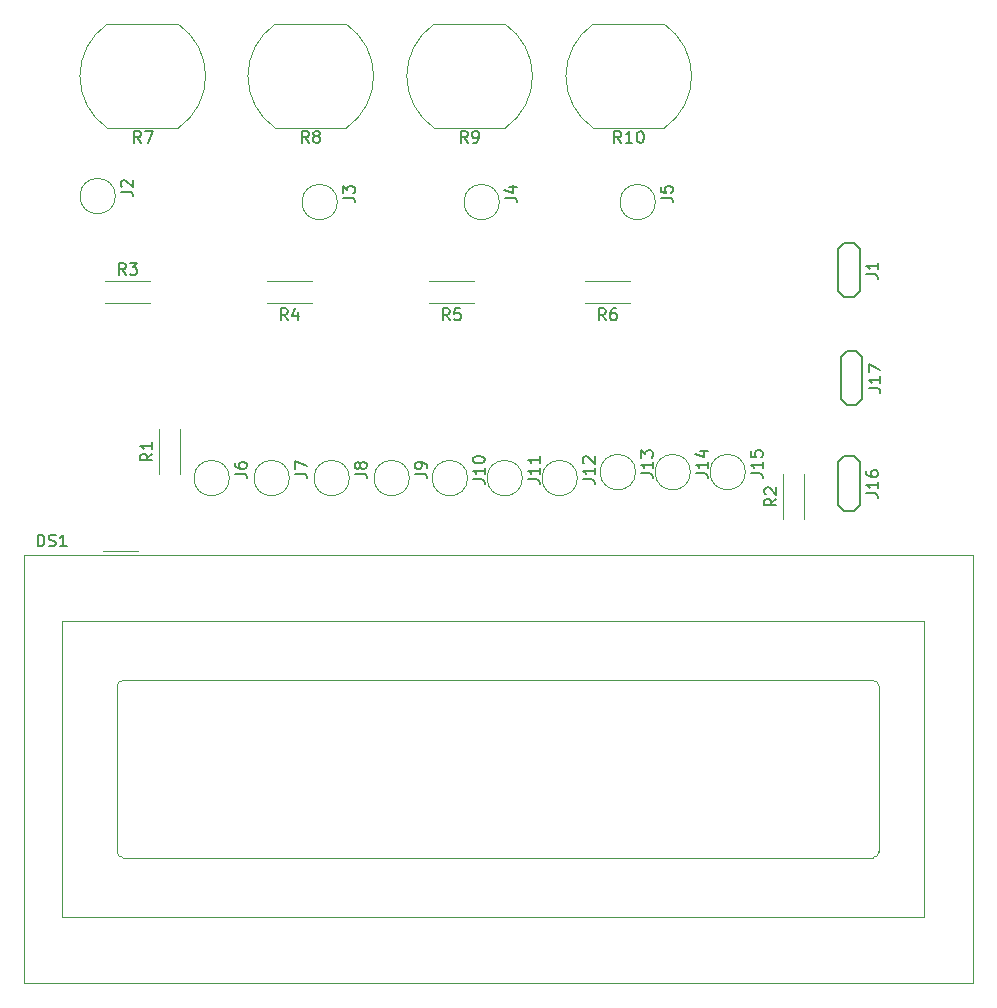
<source format=gbr>
%TF.GenerationSoftware,KiCad,Pcbnew,7.0.5*%
%TF.CreationDate,2023-06-10T01:43:31+05:30*%
%TF.ProjectId,OPEN ;AB,4f50454e-203b-4414-922e-6b696361645f,rev?*%
%TF.SameCoordinates,Original*%
%TF.FileFunction,Legend,Top*%
%TF.FilePolarity,Positive*%
%FSLAX46Y46*%
G04 Gerber Fmt 4.6, Leading zero omitted, Abs format (unit mm)*
G04 Created by KiCad (PCBNEW 7.0.5) date 2023-06-10 01:43:31*
%MOMM*%
%LPD*%
G01*
G04 APERTURE LIST*
%ADD10C,0.150000*%
%ADD11C,0.120000*%
G04 APERTURE END LIST*
D10*
%TO.C,J17*%
X182000819Y-76785523D02*
X182715104Y-76785523D01*
X182715104Y-76785523D02*
X182857961Y-76833142D01*
X182857961Y-76833142D02*
X182953200Y-76928380D01*
X182953200Y-76928380D02*
X183000819Y-77071237D01*
X183000819Y-77071237D02*
X183000819Y-77166475D01*
X183000819Y-75785523D02*
X183000819Y-76356951D01*
X183000819Y-76071237D02*
X182000819Y-76071237D01*
X182000819Y-76071237D02*
X182143676Y-76166475D01*
X182143676Y-76166475D02*
X182238914Y-76261713D01*
X182238914Y-76261713D02*
X182286533Y-76356951D01*
X182000819Y-75452189D02*
X182000819Y-74785523D01*
X182000819Y-74785523D02*
X183000819Y-75214094D01*
%TO.C,J16*%
X181794819Y-85695523D02*
X182509104Y-85695523D01*
X182509104Y-85695523D02*
X182651961Y-85743142D01*
X182651961Y-85743142D02*
X182747200Y-85838380D01*
X182747200Y-85838380D02*
X182794819Y-85981237D01*
X182794819Y-85981237D02*
X182794819Y-86076475D01*
X182794819Y-84695523D02*
X182794819Y-85266951D01*
X182794819Y-84981237D02*
X181794819Y-84981237D01*
X181794819Y-84981237D02*
X181937676Y-85076475D01*
X181937676Y-85076475D02*
X182032914Y-85171713D01*
X182032914Y-85171713D02*
X182080533Y-85266951D01*
X181794819Y-83838380D02*
X181794819Y-84028856D01*
X181794819Y-84028856D02*
X181842438Y-84124094D01*
X181842438Y-84124094D02*
X181890057Y-84171713D01*
X181890057Y-84171713D02*
X182032914Y-84266951D01*
X182032914Y-84266951D02*
X182223390Y-84314570D01*
X182223390Y-84314570D02*
X182604342Y-84314570D01*
X182604342Y-84314570D02*
X182699580Y-84266951D01*
X182699580Y-84266951D02*
X182747200Y-84219332D01*
X182747200Y-84219332D02*
X182794819Y-84124094D01*
X182794819Y-84124094D02*
X182794819Y-83933618D01*
X182794819Y-83933618D02*
X182747200Y-83838380D01*
X182747200Y-83838380D02*
X182699580Y-83790761D01*
X182699580Y-83790761D02*
X182604342Y-83743142D01*
X182604342Y-83743142D02*
X182366247Y-83743142D01*
X182366247Y-83743142D02*
X182271009Y-83790761D01*
X182271009Y-83790761D02*
X182223390Y-83838380D01*
X182223390Y-83838380D02*
X182175771Y-83933618D01*
X182175771Y-83933618D02*
X182175771Y-84124094D01*
X182175771Y-84124094D02*
X182223390Y-84219332D01*
X182223390Y-84219332D02*
X182271009Y-84266951D01*
X182271009Y-84266951D02*
X182366247Y-84314570D01*
%TO.C,J2*%
X118674819Y-60161333D02*
X119389104Y-60161333D01*
X119389104Y-60161333D02*
X119531961Y-60208952D01*
X119531961Y-60208952D02*
X119627200Y-60304190D01*
X119627200Y-60304190D02*
X119674819Y-60447047D01*
X119674819Y-60447047D02*
X119674819Y-60542285D01*
X118770057Y-59732761D02*
X118722438Y-59685142D01*
X118722438Y-59685142D02*
X118674819Y-59589904D01*
X118674819Y-59589904D02*
X118674819Y-59351809D01*
X118674819Y-59351809D02*
X118722438Y-59256571D01*
X118722438Y-59256571D02*
X118770057Y-59208952D01*
X118770057Y-59208952D02*
X118865295Y-59161333D01*
X118865295Y-59161333D02*
X118960533Y-59161333D01*
X118960533Y-59161333D02*
X119103390Y-59208952D01*
X119103390Y-59208952D02*
X119674819Y-59780380D01*
X119674819Y-59780380D02*
X119674819Y-59161333D01*
%TO.C,J15*%
X172014819Y-84005523D02*
X172729104Y-84005523D01*
X172729104Y-84005523D02*
X172871961Y-84053142D01*
X172871961Y-84053142D02*
X172967200Y-84148380D01*
X172967200Y-84148380D02*
X173014819Y-84291237D01*
X173014819Y-84291237D02*
X173014819Y-84386475D01*
X173014819Y-83005523D02*
X173014819Y-83576951D01*
X173014819Y-83291237D02*
X172014819Y-83291237D01*
X172014819Y-83291237D02*
X172157676Y-83386475D01*
X172157676Y-83386475D02*
X172252914Y-83481713D01*
X172252914Y-83481713D02*
X172300533Y-83576951D01*
X172014819Y-82100761D02*
X172014819Y-82576951D01*
X172014819Y-82576951D02*
X172491009Y-82624570D01*
X172491009Y-82624570D02*
X172443390Y-82576951D01*
X172443390Y-82576951D02*
X172395771Y-82481713D01*
X172395771Y-82481713D02*
X172395771Y-82243618D01*
X172395771Y-82243618D02*
X172443390Y-82148380D01*
X172443390Y-82148380D02*
X172491009Y-82100761D01*
X172491009Y-82100761D02*
X172586247Y-82053142D01*
X172586247Y-82053142D02*
X172824342Y-82053142D01*
X172824342Y-82053142D02*
X172919580Y-82100761D01*
X172919580Y-82100761D02*
X172967200Y-82148380D01*
X172967200Y-82148380D02*
X173014819Y-82243618D01*
X173014819Y-82243618D02*
X173014819Y-82481713D01*
X173014819Y-82481713D02*
X172967200Y-82576951D01*
X172967200Y-82576951D02*
X172919580Y-82624570D01*
%TO.C,J14*%
X167364819Y-84005523D02*
X168079104Y-84005523D01*
X168079104Y-84005523D02*
X168221961Y-84053142D01*
X168221961Y-84053142D02*
X168317200Y-84148380D01*
X168317200Y-84148380D02*
X168364819Y-84291237D01*
X168364819Y-84291237D02*
X168364819Y-84386475D01*
X168364819Y-83005523D02*
X168364819Y-83576951D01*
X168364819Y-83291237D02*
X167364819Y-83291237D01*
X167364819Y-83291237D02*
X167507676Y-83386475D01*
X167507676Y-83386475D02*
X167602914Y-83481713D01*
X167602914Y-83481713D02*
X167650533Y-83576951D01*
X167698152Y-82148380D02*
X168364819Y-82148380D01*
X167317200Y-82386475D02*
X168031485Y-82624570D01*
X168031485Y-82624570D02*
X168031485Y-82005523D01*
%TO.C,J13*%
X162714819Y-84005523D02*
X163429104Y-84005523D01*
X163429104Y-84005523D02*
X163571961Y-84053142D01*
X163571961Y-84053142D02*
X163667200Y-84148380D01*
X163667200Y-84148380D02*
X163714819Y-84291237D01*
X163714819Y-84291237D02*
X163714819Y-84386475D01*
X163714819Y-83005523D02*
X163714819Y-83576951D01*
X163714819Y-83291237D02*
X162714819Y-83291237D01*
X162714819Y-83291237D02*
X162857676Y-83386475D01*
X162857676Y-83386475D02*
X162952914Y-83481713D01*
X162952914Y-83481713D02*
X163000533Y-83576951D01*
X162714819Y-82672189D02*
X162714819Y-82053142D01*
X162714819Y-82053142D02*
X163095771Y-82386475D01*
X163095771Y-82386475D02*
X163095771Y-82243618D01*
X163095771Y-82243618D02*
X163143390Y-82148380D01*
X163143390Y-82148380D02*
X163191009Y-82100761D01*
X163191009Y-82100761D02*
X163286247Y-82053142D01*
X163286247Y-82053142D02*
X163524342Y-82053142D01*
X163524342Y-82053142D02*
X163619580Y-82100761D01*
X163619580Y-82100761D02*
X163667200Y-82148380D01*
X163667200Y-82148380D02*
X163714819Y-82243618D01*
X163714819Y-82243618D02*
X163714819Y-82529332D01*
X163714819Y-82529332D02*
X163667200Y-82624570D01*
X163667200Y-82624570D02*
X163619580Y-82672189D01*
%TO.C,J12*%
X157790819Y-84513523D02*
X158505104Y-84513523D01*
X158505104Y-84513523D02*
X158647961Y-84561142D01*
X158647961Y-84561142D02*
X158743200Y-84656380D01*
X158743200Y-84656380D02*
X158790819Y-84799237D01*
X158790819Y-84799237D02*
X158790819Y-84894475D01*
X158790819Y-83513523D02*
X158790819Y-84084951D01*
X158790819Y-83799237D02*
X157790819Y-83799237D01*
X157790819Y-83799237D02*
X157933676Y-83894475D01*
X157933676Y-83894475D02*
X158028914Y-83989713D01*
X158028914Y-83989713D02*
X158076533Y-84084951D01*
X157886057Y-83132570D02*
X157838438Y-83084951D01*
X157838438Y-83084951D02*
X157790819Y-82989713D01*
X157790819Y-82989713D02*
X157790819Y-82751618D01*
X157790819Y-82751618D02*
X157838438Y-82656380D01*
X157838438Y-82656380D02*
X157886057Y-82608761D01*
X157886057Y-82608761D02*
X157981295Y-82561142D01*
X157981295Y-82561142D02*
X158076533Y-82561142D01*
X158076533Y-82561142D02*
X158219390Y-82608761D01*
X158219390Y-82608761D02*
X158790819Y-83180189D01*
X158790819Y-83180189D02*
X158790819Y-82561142D01*
%TO.C,J11*%
X153140819Y-84513523D02*
X153855104Y-84513523D01*
X153855104Y-84513523D02*
X153997961Y-84561142D01*
X153997961Y-84561142D02*
X154093200Y-84656380D01*
X154093200Y-84656380D02*
X154140819Y-84799237D01*
X154140819Y-84799237D02*
X154140819Y-84894475D01*
X154140819Y-83513523D02*
X154140819Y-84084951D01*
X154140819Y-83799237D02*
X153140819Y-83799237D01*
X153140819Y-83799237D02*
X153283676Y-83894475D01*
X153283676Y-83894475D02*
X153378914Y-83989713D01*
X153378914Y-83989713D02*
X153426533Y-84084951D01*
X154140819Y-82561142D02*
X154140819Y-83132570D01*
X154140819Y-82846856D02*
X153140819Y-82846856D01*
X153140819Y-82846856D02*
X153283676Y-82942094D01*
X153283676Y-82942094D02*
X153378914Y-83037332D01*
X153378914Y-83037332D02*
X153426533Y-83132570D01*
%TO.C,J10*%
X148490819Y-84513523D02*
X149205104Y-84513523D01*
X149205104Y-84513523D02*
X149347961Y-84561142D01*
X149347961Y-84561142D02*
X149443200Y-84656380D01*
X149443200Y-84656380D02*
X149490819Y-84799237D01*
X149490819Y-84799237D02*
X149490819Y-84894475D01*
X149490819Y-83513523D02*
X149490819Y-84084951D01*
X149490819Y-83799237D02*
X148490819Y-83799237D01*
X148490819Y-83799237D02*
X148633676Y-83894475D01*
X148633676Y-83894475D02*
X148728914Y-83989713D01*
X148728914Y-83989713D02*
X148776533Y-84084951D01*
X148490819Y-82894475D02*
X148490819Y-82799237D01*
X148490819Y-82799237D02*
X148538438Y-82703999D01*
X148538438Y-82703999D02*
X148586057Y-82656380D01*
X148586057Y-82656380D02*
X148681295Y-82608761D01*
X148681295Y-82608761D02*
X148871771Y-82561142D01*
X148871771Y-82561142D02*
X149109866Y-82561142D01*
X149109866Y-82561142D02*
X149300342Y-82608761D01*
X149300342Y-82608761D02*
X149395580Y-82656380D01*
X149395580Y-82656380D02*
X149443200Y-82703999D01*
X149443200Y-82703999D02*
X149490819Y-82799237D01*
X149490819Y-82799237D02*
X149490819Y-82894475D01*
X149490819Y-82894475D02*
X149443200Y-82989713D01*
X149443200Y-82989713D02*
X149395580Y-83037332D01*
X149395580Y-83037332D02*
X149300342Y-83084951D01*
X149300342Y-83084951D02*
X149109866Y-83132570D01*
X149109866Y-83132570D02*
X148871771Y-83132570D01*
X148871771Y-83132570D02*
X148681295Y-83084951D01*
X148681295Y-83084951D02*
X148586057Y-83037332D01*
X148586057Y-83037332D02*
X148538438Y-82989713D01*
X148538438Y-82989713D02*
X148490819Y-82894475D01*
%TO.C,J9*%
X143566819Y-84037333D02*
X144281104Y-84037333D01*
X144281104Y-84037333D02*
X144423961Y-84084952D01*
X144423961Y-84084952D02*
X144519200Y-84180190D01*
X144519200Y-84180190D02*
X144566819Y-84323047D01*
X144566819Y-84323047D02*
X144566819Y-84418285D01*
X144566819Y-83513523D02*
X144566819Y-83323047D01*
X144566819Y-83323047D02*
X144519200Y-83227809D01*
X144519200Y-83227809D02*
X144471580Y-83180190D01*
X144471580Y-83180190D02*
X144328723Y-83084952D01*
X144328723Y-83084952D02*
X144138247Y-83037333D01*
X144138247Y-83037333D02*
X143757295Y-83037333D01*
X143757295Y-83037333D02*
X143662057Y-83084952D01*
X143662057Y-83084952D02*
X143614438Y-83132571D01*
X143614438Y-83132571D02*
X143566819Y-83227809D01*
X143566819Y-83227809D02*
X143566819Y-83418285D01*
X143566819Y-83418285D02*
X143614438Y-83513523D01*
X143614438Y-83513523D02*
X143662057Y-83561142D01*
X143662057Y-83561142D02*
X143757295Y-83608761D01*
X143757295Y-83608761D02*
X143995390Y-83608761D01*
X143995390Y-83608761D02*
X144090628Y-83561142D01*
X144090628Y-83561142D02*
X144138247Y-83513523D01*
X144138247Y-83513523D02*
X144185866Y-83418285D01*
X144185866Y-83418285D02*
X144185866Y-83227809D01*
X144185866Y-83227809D02*
X144138247Y-83132571D01*
X144138247Y-83132571D02*
X144090628Y-83084952D01*
X144090628Y-83084952D02*
X143995390Y-83037333D01*
%TO.C,J8*%
X138486819Y-84037333D02*
X139201104Y-84037333D01*
X139201104Y-84037333D02*
X139343961Y-84084952D01*
X139343961Y-84084952D02*
X139439200Y-84180190D01*
X139439200Y-84180190D02*
X139486819Y-84323047D01*
X139486819Y-84323047D02*
X139486819Y-84418285D01*
X138915390Y-83418285D02*
X138867771Y-83513523D01*
X138867771Y-83513523D02*
X138820152Y-83561142D01*
X138820152Y-83561142D02*
X138724914Y-83608761D01*
X138724914Y-83608761D02*
X138677295Y-83608761D01*
X138677295Y-83608761D02*
X138582057Y-83561142D01*
X138582057Y-83561142D02*
X138534438Y-83513523D01*
X138534438Y-83513523D02*
X138486819Y-83418285D01*
X138486819Y-83418285D02*
X138486819Y-83227809D01*
X138486819Y-83227809D02*
X138534438Y-83132571D01*
X138534438Y-83132571D02*
X138582057Y-83084952D01*
X138582057Y-83084952D02*
X138677295Y-83037333D01*
X138677295Y-83037333D02*
X138724914Y-83037333D01*
X138724914Y-83037333D02*
X138820152Y-83084952D01*
X138820152Y-83084952D02*
X138867771Y-83132571D01*
X138867771Y-83132571D02*
X138915390Y-83227809D01*
X138915390Y-83227809D02*
X138915390Y-83418285D01*
X138915390Y-83418285D02*
X138963009Y-83513523D01*
X138963009Y-83513523D02*
X139010628Y-83561142D01*
X139010628Y-83561142D02*
X139105866Y-83608761D01*
X139105866Y-83608761D02*
X139296342Y-83608761D01*
X139296342Y-83608761D02*
X139391580Y-83561142D01*
X139391580Y-83561142D02*
X139439200Y-83513523D01*
X139439200Y-83513523D02*
X139486819Y-83418285D01*
X139486819Y-83418285D02*
X139486819Y-83227809D01*
X139486819Y-83227809D02*
X139439200Y-83132571D01*
X139439200Y-83132571D02*
X139391580Y-83084952D01*
X139391580Y-83084952D02*
X139296342Y-83037333D01*
X139296342Y-83037333D02*
X139105866Y-83037333D01*
X139105866Y-83037333D02*
X139010628Y-83084952D01*
X139010628Y-83084952D02*
X138963009Y-83132571D01*
X138963009Y-83132571D02*
X138915390Y-83227809D01*
%TO.C,J7*%
X133406819Y-84037333D02*
X134121104Y-84037333D01*
X134121104Y-84037333D02*
X134263961Y-84084952D01*
X134263961Y-84084952D02*
X134359200Y-84180190D01*
X134359200Y-84180190D02*
X134406819Y-84323047D01*
X134406819Y-84323047D02*
X134406819Y-84418285D01*
X133406819Y-83656380D02*
X133406819Y-82989714D01*
X133406819Y-82989714D02*
X134406819Y-83418285D01*
%TO.C,J6*%
X128326819Y-84037333D02*
X129041104Y-84037333D01*
X129041104Y-84037333D02*
X129183961Y-84084952D01*
X129183961Y-84084952D02*
X129279200Y-84180190D01*
X129279200Y-84180190D02*
X129326819Y-84323047D01*
X129326819Y-84323047D02*
X129326819Y-84418285D01*
X128326819Y-83132571D02*
X128326819Y-83323047D01*
X128326819Y-83323047D02*
X128374438Y-83418285D01*
X128374438Y-83418285D02*
X128422057Y-83465904D01*
X128422057Y-83465904D02*
X128564914Y-83561142D01*
X128564914Y-83561142D02*
X128755390Y-83608761D01*
X128755390Y-83608761D02*
X129136342Y-83608761D01*
X129136342Y-83608761D02*
X129231580Y-83561142D01*
X129231580Y-83561142D02*
X129279200Y-83513523D01*
X129279200Y-83513523D02*
X129326819Y-83418285D01*
X129326819Y-83418285D02*
X129326819Y-83227809D01*
X129326819Y-83227809D02*
X129279200Y-83132571D01*
X129279200Y-83132571D02*
X129231580Y-83084952D01*
X129231580Y-83084952D02*
X129136342Y-83037333D01*
X129136342Y-83037333D02*
X128898247Y-83037333D01*
X128898247Y-83037333D02*
X128803009Y-83084952D01*
X128803009Y-83084952D02*
X128755390Y-83132571D01*
X128755390Y-83132571D02*
X128707771Y-83227809D01*
X128707771Y-83227809D02*
X128707771Y-83418285D01*
X128707771Y-83418285D02*
X128755390Y-83513523D01*
X128755390Y-83513523D02*
X128803009Y-83561142D01*
X128803009Y-83561142D02*
X128898247Y-83608761D01*
%TO.C,J5*%
X164394819Y-60669333D02*
X165109104Y-60669333D01*
X165109104Y-60669333D02*
X165251961Y-60716952D01*
X165251961Y-60716952D02*
X165347200Y-60812190D01*
X165347200Y-60812190D02*
X165394819Y-60955047D01*
X165394819Y-60955047D02*
X165394819Y-61050285D01*
X164394819Y-59716952D02*
X164394819Y-60193142D01*
X164394819Y-60193142D02*
X164871009Y-60240761D01*
X164871009Y-60240761D02*
X164823390Y-60193142D01*
X164823390Y-60193142D02*
X164775771Y-60097904D01*
X164775771Y-60097904D02*
X164775771Y-59859809D01*
X164775771Y-59859809D02*
X164823390Y-59764571D01*
X164823390Y-59764571D02*
X164871009Y-59716952D01*
X164871009Y-59716952D02*
X164966247Y-59669333D01*
X164966247Y-59669333D02*
X165204342Y-59669333D01*
X165204342Y-59669333D02*
X165299580Y-59716952D01*
X165299580Y-59716952D02*
X165347200Y-59764571D01*
X165347200Y-59764571D02*
X165394819Y-59859809D01*
X165394819Y-59859809D02*
X165394819Y-60097904D01*
X165394819Y-60097904D02*
X165347200Y-60193142D01*
X165347200Y-60193142D02*
X165299580Y-60240761D01*
%TO.C,J4*%
X151186819Y-60669333D02*
X151901104Y-60669333D01*
X151901104Y-60669333D02*
X152043961Y-60716952D01*
X152043961Y-60716952D02*
X152139200Y-60812190D01*
X152139200Y-60812190D02*
X152186819Y-60955047D01*
X152186819Y-60955047D02*
X152186819Y-61050285D01*
X151520152Y-59764571D02*
X152186819Y-59764571D01*
X151139200Y-60002666D02*
X151853485Y-60240761D01*
X151853485Y-60240761D02*
X151853485Y-59621714D01*
%TO.C,J3*%
X137470819Y-60669333D02*
X138185104Y-60669333D01*
X138185104Y-60669333D02*
X138327961Y-60716952D01*
X138327961Y-60716952D02*
X138423200Y-60812190D01*
X138423200Y-60812190D02*
X138470819Y-60955047D01*
X138470819Y-60955047D02*
X138470819Y-61050285D01*
X137470819Y-60288380D02*
X137470819Y-59669333D01*
X137470819Y-59669333D02*
X137851771Y-60002666D01*
X137851771Y-60002666D02*
X137851771Y-59859809D01*
X137851771Y-59859809D02*
X137899390Y-59764571D01*
X137899390Y-59764571D02*
X137947009Y-59716952D01*
X137947009Y-59716952D02*
X138042247Y-59669333D01*
X138042247Y-59669333D02*
X138280342Y-59669333D01*
X138280342Y-59669333D02*
X138375580Y-59716952D01*
X138375580Y-59716952D02*
X138423200Y-59764571D01*
X138423200Y-59764571D02*
X138470819Y-59859809D01*
X138470819Y-59859809D02*
X138470819Y-60145523D01*
X138470819Y-60145523D02*
X138423200Y-60240761D01*
X138423200Y-60240761D02*
X138375580Y-60288380D01*
%TO.C,DS1*%
X111628814Y-90180119D02*
X111628814Y-89180119D01*
X111628814Y-89180119D02*
X111866909Y-89180119D01*
X111866909Y-89180119D02*
X112009766Y-89227738D01*
X112009766Y-89227738D02*
X112105004Y-89322976D01*
X112105004Y-89322976D02*
X112152623Y-89418214D01*
X112152623Y-89418214D02*
X112200242Y-89608690D01*
X112200242Y-89608690D02*
X112200242Y-89751547D01*
X112200242Y-89751547D02*
X112152623Y-89942023D01*
X112152623Y-89942023D02*
X112105004Y-90037261D01*
X112105004Y-90037261D02*
X112009766Y-90132500D01*
X112009766Y-90132500D02*
X111866909Y-90180119D01*
X111866909Y-90180119D02*
X111628814Y-90180119D01*
X112581195Y-90132500D02*
X112724052Y-90180119D01*
X112724052Y-90180119D02*
X112962147Y-90180119D01*
X112962147Y-90180119D02*
X113057385Y-90132500D01*
X113057385Y-90132500D02*
X113105004Y-90084880D01*
X113105004Y-90084880D02*
X113152623Y-89989642D01*
X113152623Y-89989642D02*
X113152623Y-89894404D01*
X113152623Y-89894404D02*
X113105004Y-89799166D01*
X113105004Y-89799166D02*
X113057385Y-89751547D01*
X113057385Y-89751547D02*
X112962147Y-89703928D01*
X112962147Y-89703928D02*
X112771671Y-89656309D01*
X112771671Y-89656309D02*
X112676433Y-89608690D01*
X112676433Y-89608690D02*
X112628814Y-89561071D01*
X112628814Y-89561071D02*
X112581195Y-89465833D01*
X112581195Y-89465833D02*
X112581195Y-89370595D01*
X112581195Y-89370595D02*
X112628814Y-89275357D01*
X112628814Y-89275357D02*
X112676433Y-89227738D01*
X112676433Y-89227738D02*
X112771671Y-89180119D01*
X112771671Y-89180119D02*
X113009766Y-89180119D01*
X113009766Y-89180119D02*
X113152623Y-89227738D01*
X114105004Y-90180119D02*
X113533576Y-90180119D01*
X113819290Y-90180119D02*
X113819290Y-89180119D01*
X113819290Y-89180119D02*
X113724052Y-89322976D01*
X113724052Y-89322976D02*
X113628814Y-89418214D01*
X113628814Y-89418214D02*
X113533576Y-89465833D01*
%TO.C,J1*%
X181794819Y-67165333D02*
X182509104Y-67165333D01*
X182509104Y-67165333D02*
X182651961Y-67212952D01*
X182651961Y-67212952D02*
X182747200Y-67308190D01*
X182747200Y-67308190D02*
X182794819Y-67451047D01*
X182794819Y-67451047D02*
X182794819Y-67546285D01*
X182794819Y-66165333D02*
X182794819Y-66736761D01*
X182794819Y-66451047D02*
X181794819Y-66451047D01*
X181794819Y-66451047D02*
X181937676Y-66546285D01*
X181937676Y-66546285D02*
X182032914Y-66641523D01*
X182032914Y-66641523D02*
X182080533Y-66736761D01*
%TO.C,R6*%
X159733333Y-71030819D02*
X159400000Y-70554628D01*
X159161905Y-71030819D02*
X159161905Y-70030819D01*
X159161905Y-70030819D02*
X159542857Y-70030819D01*
X159542857Y-70030819D02*
X159638095Y-70078438D01*
X159638095Y-70078438D02*
X159685714Y-70126057D01*
X159685714Y-70126057D02*
X159733333Y-70221295D01*
X159733333Y-70221295D02*
X159733333Y-70364152D01*
X159733333Y-70364152D02*
X159685714Y-70459390D01*
X159685714Y-70459390D02*
X159638095Y-70507009D01*
X159638095Y-70507009D02*
X159542857Y-70554628D01*
X159542857Y-70554628D02*
X159161905Y-70554628D01*
X160590476Y-70030819D02*
X160400000Y-70030819D01*
X160400000Y-70030819D02*
X160304762Y-70078438D01*
X160304762Y-70078438D02*
X160257143Y-70126057D01*
X160257143Y-70126057D02*
X160161905Y-70268914D01*
X160161905Y-70268914D02*
X160114286Y-70459390D01*
X160114286Y-70459390D02*
X160114286Y-70840342D01*
X160114286Y-70840342D02*
X160161905Y-70935580D01*
X160161905Y-70935580D02*
X160209524Y-70983200D01*
X160209524Y-70983200D02*
X160304762Y-71030819D01*
X160304762Y-71030819D02*
X160495238Y-71030819D01*
X160495238Y-71030819D02*
X160590476Y-70983200D01*
X160590476Y-70983200D02*
X160638095Y-70935580D01*
X160638095Y-70935580D02*
X160685714Y-70840342D01*
X160685714Y-70840342D02*
X160685714Y-70602247D01*
X160685714Y-70602247D02*
X160638095Y-70507009D01*
X160638095Y-70507009D02*
X160590476Y-70459390D01*
X160590476Y-70459390D02*
X160495238Y-70411771D01*
X160495238Y-70411771D02*
X160304762Y-70411771D01*
X160304762Y-70411771D02*
X160209524Y-70459390D01*
X160209524Y-70459390D02*
X160161905Y-70507009D01*
X160161905Y-70507009D02*
X160114286Y-70602247D01*
%TO.C,R5*%
X146525333Y-71030819D02*
X146192000Y-70554628D01*
X145953905Y-71030819D02*
X145953905Y-70030819D01*
X145953905Y-70030819D02*
X146334857Y-70030819D01*
X146334857Y-70030819D02*
X146430095Y-70078438D01*
X146430095Y-70078438D02*
X146477714Y-70126057D01*
X146477714Y-70126057D02*
X146525333Y-70221295D01*
X146525333Y-70221295D02*
X146525333Y-70364152D01*
X146525333Y-70364152D02*
X146477714Y-70459390D01*
X146477714Y-70459390D02*
X146430095Y-70507009D01*
X146430095Y-70507009D02*
X146334857Y-70554628D01*
X146334857Y-70554628D02*
X145953905Y-70554628D01*
X147430095Y-70030819D02*
X146953905Y-70030819D01*
X146953905Y-70030819D02*
X146906286Y-70507009D01*
X146906286Y-70507009D02*
X146953905Y-70459390D01*
X146953905Y-70459390D02*
X147049143Y-70411771D01*
X147049143Y-70411771D02*
X147287238Y-70411771D01*
X147287238Y-70411771D02*
X147382476Y-70459390D01*
X147382476Y-70459390D02*
X147430095Y-70507009D01*
X147430095Y-70507009D02*
X147477714Y-70602247D01*
X147477714Y-70602247D02*
X147477714Y-70840342D01*
X147477714Y-70840342D02*
X147430095Y-70935580D01*
X147430095Y-70935580D02*
X147382476Y-70983200D01*
X147382476Y-70983200D02*
X147287238Y-71030819D01*
X147287238Y-71030819D02*
X147049143Y-71030819D01*
X147049143Y-71030819D02*
X146953905Y-70983200D01*
X146953905Y-70983200D02*
X146906286Y-70935580D01*
%TO.C,R4*%
X132809333Y-71030819D02*
X132476000Y-70554628D01*
X132237905Y-71030819D02*
X132237905Y-70030819D01*
X132237905Y-70030819D02*
X132618857Y-70030819D01*
X132618857Y-70030819D02*
X132714095Y-70078438D01*
X132714095Y-70078438D02*
X132761714Y-70126057D01*
X132761714Y-70126057D02*
X132809333Y-70221295D01*
X132809333Y-70221295D02*
X132809333Y-70364152D01*
X132809333Y-70364152D02*
X132761714Y-70459390D01*
X132761714Y-70459390D02*
X132714095Y-70507009D01*
X132714095Y-70507009D02*
X132618857Y-70554628D01*
X132618857Y-70554628D02*
X132237905Y-70554628D01*
X133666476Y-70364152D02*
X133666476Y-71030819D01*
X133428381Y-69983200D02*
X133190286Y-70697485D01*
X133190286Y-70697485D02*
X133809333Y-70697485D01*
%TO.C,R3*%
X119093333Y-67190819D02*
X118760000Y-66714628D01*
X118521905Y-67190819D02*
X118521905Y-66190819D01*
X118521905Y-66190819D02*
X118902857Y-66190819D01*
X118902857Y-66190819D02*
X118998095Y-66238438D01*
X118998095Y-66238438D02*
X119045714Y-66286057D01*
X119045714Y-66286057D02*
X119093333Y-66381295D01*
X119093333Y-66381295D02*
X119093333Y-66524152D01*
X119093333Y-66524152D02*
X119045714Y-66619390D01*
X119045714Y-66619390D02*
X118998095Y-66667009D01*
X118998095Y-66667009D02*
X118902857Y-66714628D01*
X118902857Y-66714628D02*
X118521905Y-66714628D01*
X119426667Y-66190819D02*
X120045714Y-66190819D01*
X120045714Y-66190819D02*
X119712381Y-66571771D01*
X119712381Y-66571771D02*
X119855238Y-66571771D01*
X119855238Y-66571771D02*
X119950476Y-66619390D01*
X119950476Y-66619390D02*
X119998095Y-66667009D01*
X119998095Y-66667009D02*
X120045714Y-66762247D01*
X120045714Y-66762247D02*
X120045714Y-67000342D01*
X120045714Y-67000342D02*
X119998095Y-67095580D01*
X119998095Y-67095580D02*
X119950476Y-67143200D01*
X119950476Y-67143200D02*
X119855238Y-67190819D01*
X119855238Y-67190819D02*
X119569524Y-67190819D01*
X119569524Y-67190819D02*
X119474286Y-67143200D01*
X119474286Y-67143200D02*
X119426667Y-67095580D01*
%TO.C,R2*%
X174175819Y-86145666D02*
X173699628Y-86478999D01*
X174175819Y-86717094D02*
X173175819Y-86717094D01*
X173175819Y-86717094D02*
X173175819Y-86336142D01*
X173175819Y-86336142D02*
X173223438Y-86240904D01*
X173223438Y-86240904D02*
X173271057Y-86193285D01*
X173271057Y-86193285D02*
X173366295Y-86145666D01*
X173366295Y-86145666D02*
X173509152Y-86145666D01*
X173509152Y-86145666D02*
X173604390Y-86193285D01*
X173604390Y-86193285D02*
X173652009Y-86240904D01*
X173652009Y-86240904D02*
X173699628Y-86336142D01*
X173699628Y-86336142D02*
X173699628Y-86717094D01*
X173271057Y-85764713D02*
X173223438Y-85717094D01*
X173223438Y-85717094D02*
X173175819Y-85621856D01*
X173175819Y-85621856D02*
X173175819Y-85383761D01*
X173175819Y-85383761D02*
X173223438Y-85288523D01*
X173223438Y-85288523D02*
X173271057Y-85240904D01*
X173271057Y-85240904D02*
X173366295Y-85193285D01*
X173366295Y-85193285D02*
X173461533Y-85193285D01*
X173461533Y-85193285D02*
X173604390Y-85240904D01*
X173604390Y-85240904D02*
X174175819Y-85812332D01*
X174175819Y-85812332D02*
X174175819Y-85193285D01*
%TO.C,R1*%
X121343819Y-82335666D02*
X120867628Y-82668999D01*
X121343819Y-82907094D02*
X120343819Y-82907094D01*
X120343819Y-82907094D02*
X120343819Y-82526142D01*
X120343819Y-82526142D02*
X120391438Y-82430904D01*
X120391438Y-82430904D02*
X120439057Y-82383285D01*
X120439057Y-82383285D02*
X120534295Y-82335666D01*
X120534295Y-82335666D02*
X120677152Y-82335666D01*
X120677152Y-82335666D02*
X120772390Y-82383285D01*
X120772390Y-82383285D02*
X120820009Y-82430904D01*
X120820009Y-82430904D02*
X120867628Y-82526142D01*
X120867628Y-82526142D02*
X120867628Y-82907094D01*
X121343819Y-81383285D02*
X121343819Y-81954713D01*
X121343819Y-81668999D02*
X120343819Y-81668999D01*
X120343819Y-81668999D02*
X120486676Y-81764237D01*
X120486676Y-81764237D02*
X120581914Y-81859475D01*
X120581914Y-81859475D02*
X120629533Y-81954713D01*
%TO.C,R10*%
X161045142Y-56022819D02*
X160711809Y-55546628D01*
X160473714Y-56022819D02*
X160473714Y-55022819D01*
X160473714Y-55022819D02*
X160854666Y-55022819D01*
X160854666Y-55022819D02*
X160949904Y-55070438D01*
X160949904Y-55070438D02*
X160997523Y-55118057D01*
X160997523Y-55118057D02*
X161045142Y-55213295D01*
X161045142Y-55213295D02*
X161045142Y-55356152D01*
X161045142Y-55356152D02*
X160997523Y-55451390D01*
X160997523Y-55451390D02*
X160949904Y-55499009D01*
X160949904Y-55499009D02*
X160854666Y-55546628D01*
X160854666Y-55546628D02*
X160473714Y-55546628D01*
X161997523Y-56022819D02*
X161426095Y-56022819D01*
X161711809Y-56022819D02*
X161711809Y-55022819D01*
X161711809Y-55022819D02*
X161616571Y-55165676D01*
X161616571Y-55165676D02*
X161521333Y-55260914D01*
X161521333Y-55260914D02*
X161426095Y-55308533D01*
X162616571Y-55022819D02*
X162711809Y-55022819D01*
X162711809Y-55022819D02*
X162807047Y-55070438D01*
X162807047Y-55070438D02*
X162854666Y-55118057D01*
X162854666Y-55118057D02*
X162902285Y-55213295D01*
X162902285Y-55213295D02*
X162949904Y-55403771D01*
X162949904Y-55403771D02*
X162949904Y-55641866D01*
X162949904Y-55641866D02*
X162902285Y-55832342D01*
X162902285Y-55832342D02*
X162854666Y-55927580D01*
X162854666Y-55927580D02*
X162807047Y-55975200D01*
X162807047Y-55975200D02*
X162711809Y-56022819D01*
X162711809Y-56022819D02*
X162616571Y-56022819D01*
X162616571Y-56022819D02*
X162521333Y-55975200D01*
X162521333Y-55975200D02*
X162473714Y-55927580D01*
X162473714Y-55927580D02*
X162426095Y-55832342D01*
X162426095Y-55832342D02*
X162378476Y-55641866D01*
X162378476Y-55641866D02*
X162378476Y-55403771D01*
X162378476Y-55403771D02*
X162426095Y-55213295D01*
X162426095Y-55213295D02*
X162473714Y-55118057D01*
X162473714Y-55118057D02*
X162521333Y-55070438D01*
X162521333Y-55070438D02*
X162616571Y-55022819D01*
%TO.C,R9*%
X148049333Y-56022819D02*
X147716000Y-55546628D01*
X147477905Y-56022819D02*
X147477905Y-55022819D01*
X147477905Y-55022819D02*
X147858857Y-55022819D01*
X147858857Y-55022819D02*
X147954095Y-55070438D01*
X147954095Y-55070438D02*
X148001714Y-55118057D01*
X148001714Y-55118057D02*
X148049333Y-55213295D01*
X148049333Y-55213295D02*
X148049333Y-55356152D01*
X148049333Y-55356152D02*
X148001714Y-55451390D01*
X148001714Y-55451390D02*
X147954095Y-55499009D01*
X147954095Y-55499009D02*
X147858857Y-55546628D01*
X147858857Y-55546628D02*
X147477905Y-55546628D01*
X148525524Y-56022819D02*
X148716000Y-56022819D01*
X148716000Y-56022819D02*
X148811238Y-55975200D01*
X148811238Y-55975200D02*
X148858857Y-55927580D01*
X148858857Y-55927580D02*
X148954095Y-55784723D01*
X148954095Y-55784723D02*
X149001714Y-55594247D01*
X149001714Y-55594247D02*
X149001714Y-55213295D01*
X149001714Y-55213295D02*
X148954095Y-55118057D01*
X148954095Y-55118057D02*
X148906476Y-55070438D01*
X148906476Y-55070438D02*
X148811238Y-55022819D01*
X148811238Y-55022819D02*
X148620762Y-55022819D01*
X148620762Y-55022819D02*
X148525524Y-55070438D01*
X148525524Y-55070438D02*
X148477905Y-55118057D01*
X148477905Y-55118057D02*
X148430286Y-55213295D01*
X148430286Y-55213295D02*
X148430286Y-55451390D01*
X148430286Y-55451390D02*
X148477905Y-55546628D01*
X148477905Y-55546628D02*
X148525524Y-55594247D01*
X148525524Y-55594247D02*
X148620762Y-55641866D01*
X148620762Y-55641866D02*
X148811238Y-55641866D01*
X148811238Y-55641866D02*
X148906476Y-55594247D01*
X148906476Y-55594247D02*
X148954095Y-55546628D01*
X148954095Y-55546628D02*
X149001714Y-55451390D01*
%TO.C,R8*%
X134597333Y-56022819D02*
X134264000Y-55546628D01*
X134025905Y-56022819D02*
X134025905Y-55022819D01*
X134025905Y-55022819D02*
X134406857Y-55022819D01*
X134406857Y-55022819D02*
X134502095Y-55070438D01*
X134502095Y-55070438D02*
X134549714Y-55118057D01*
X134549714Y-55118057D02*
X134597333Y-55213295D01*
X134597333Y-55213295D02*
X134597333Y-55356152D01*
X134597333Y-55356152D02*
X134549714Y-55451390D01*
X134549714Y-55451390D02*
X134502095Y-55499009D01*
X134502095Y-55499009D02*
X134406857Y-55546628D01*
X134406857Y-55546628D02*
X134025905Y-55546628D01*
X135168762Y-55451390D02*
X135073524Y-55403771D01*
X135073524Y-55403771D02*
X135025905Y-55356152D01*
X135025905Y-55356152D02*
X134978286Y-55260914D01*
X134978286Y-55260914D02*
X134978286Y-55213295D01*
X134978286Y-55213295D02*
X135025905Y-55118057D01*
X135025905Y-55118057D02*
X135073524Y-55070438D01*
X135073524Y-55070438D02*
X135168762Y-55022819D01*
X135168762Y-55022819D02*
X135359238Y-55022819D01*
X135359238Y-55022819D02*
X135454476Y-55070438D01*
X135454476Y-55070438D02*
X135502095Y-55118057D01*
X135502095Y-55118057D02*
X135549714Y-55213295D01*
X135549714Y-55213295D02*
X135549714Y-55260914D01*
X135549714Y-55260914D02*
X135502095Y-55356152D01*
X135502095Y-55356152D02*
X135454476Y-55403771D01*
X135454476Y-55403771D02*
X135359238Y-55451390D01*
X135359238Y-55451390D02*
X135168762Y-55451390D01*
X135168762Y-55451390D02*
X135073524Y-55499009D01*
X135073524Y-55499009D02*
X135025905Y-55546628D01*
X135025905Y-55546628D02*
X134978286Y-55641866D01*
X134978286Y-55641866D02*
X134978286Y-55832342D01*
X134978286Y-55832342D02*
X135025905Y-55927580D01*
X135025905Y-55927580D02*
X135073524Y-55975200D01*
X135073524Y-55975200D02*
X135168762Y-56022819D01*
X135168762Y-56022819D02*
X135359238Y-56022819D01*
X135359238Y-56022819D02*
X135454476Y-55975200D01*
X135454476Y-55975200D02*
X135502095Y-55927580D01*
X135502095Y-55927580D02*
X135549714Y-55832342D01*
X135549714Y-55832342D02*
X135549714Y-55641866D01*
X135549714Y-55641866D02*
X135502095Y-55546628D01*
X135502095Y-55546628D02*
X135454476Y-55499009D01*
X135454476Y-55499009D02*
X135359238Y-55451390D01*
%TO.C,R7*%
X120373333Y-56022819D02*
X120040000Y-55546628D01*
X119801905Y-56022819D02*
X119801905Y-55022819D01*
X119801905Y-55022819D02*
X120182857Y-55022819D01*
X120182857Y-55022819D02*
X120278095Y-55070438D01*
X120278095Y-55070438D02*
X120325714Y-55118057D01*
X120325714Y-55118057D02*
X120373333Y-55213295D01*
X120373333Y-55213295D02*
X120373333Y-55356152D01*
X120373333Y-55356152D02*
X120325714Y-55451390D01*
X120325714Y-55451390D02*
X120278095Y-55499009D01*
X120278095Y-55499009D02*
X120182857Y-55546628D01*
X120182857Y-55546628D02*
X119801905Y-55546628D01*
X120706667Y-55022819D02*
X121373333Y-55022819D01*
X121373333Y-55022819D02*
X120944762Y-56022819D01*
%TO.C,J17*%
X179646000Y-77746000D02*
X179646000Y-74146000D01*
X180946000Y-78246000D02*
X180146000Y-78246000D01*
X180146000Y-73646000D02*
X180946000Y-73646000D01*
X179646000Y-74146000D02*
X180146000Y-73646000D01*
X181446000Y-74146000D02*
X181446000Y-77746000D01*
X181446000Y-77746000D02*
X180946000Y-78246000D01*
X180146000Y-78246000D02*
X179646000Y-77746000D01*
X180946000Y-73646000D02*
X181446000Y-74146000D01*
%TO.C,J16*%
X179440000Y-86656000D02*
X179440000Y-83056000D01*
X180740000Y-87156000D02*
X179940000Y-87156000D01*
X179940000Y-82556000D02*
X180740000Y-82556000D01*
X179440000Y-83056000D02*
X179940000Y-82556000D01*
X181240000Y-83056000D02*
X181240000Y-86656000D01*
X181240000Y-86656000D02*
X180740000Y-87156000D01*
X179940000Y-87156000D02*
X179440000Y-86656000D01*
X180740000Y-82556000D02*
X181240000Y-83056000D01*
D11*
%TO.C,J2*%
X118220000Y-60528000D02*
G75*
G03*
X118220000Y-60528000I-1500000J0D01*
G01*
%TO.C,J15*%
X171560000Y-83896000D02*
G75*
G03*
X171560000Y-83896000I-1500000J0D01*
G01*
%TO.C,J14*%
X166910000Y-83896000D02*
G75*
G03*
X166910000Y-83896000I-1500000J0D01*
G01*
%TO.C,J13*%
X162260000Y-83896000D02*
G75*
G03*
X162260000Y-83896000I-1500000J0D01*
G01*
%TO.C,J12*%
X157336000Y-84404000D02*
G75*
G03*
X157336000Y-84404000I-1500000J0D01*
G01*
%TO.C,J11*%
X152686000Y-84404000D02*
G75*
G03*
X152686000Y-84404000I-1500000J0D01*
G01*
%TO.C,J10*%
X148036000Y-84404000D02*
G75*
G03*
X148036000Y-84404000I-1500000J0D01*
G01*
%TO.C,J9*%
X143112000Y-84404000D02*
G75*
G03*
X143112000Y-84404000I-1500000J0D01*
G01*
%TO.C,J8*%
X138032000Y-84404000D02*
G75*
G03*
X138032000Y-84404000I-1500000J0D01*
G01*
%TO.C,J7*%
X132952000Y-84404000D02*
G75*
G03*
X132952000Y-84404000I-1500000J0D01*
G01*
%TO.C,J6*%
X127872000Y-84404000D02*
G75*
G03*
X127872000Y-84404000I-1500000J0D01*
G01*
%TO.C,J5*%
X163940000Y-61036000D02*
G75*
G03*
X163940000Y-61036000I-1500000J0D01*
G01*
%TO.C,J4*%
X150732000Y-61036000D02*
G75*
G03*
X150732000Y-61036000I-1500000J0D01*
G01*
%TO.C,J3*%
X137016000Y-61036000D02*
G75*
G03*
X137016000Y-61036000I-1500000J0D01*
G01*
%TO.C,DS1*%
X113663100Y-96535300D02*
X186663100Y-96535300D01*
X190803100Y-127175300D02*
X190803100Y-90895300D01*
X110523100Y-127175300D02*
X190803100Y-127175300D01*
X110523100Y-90895300D02*
X110523100Y-127175300D01*
X182363760Y-116535300D02*
X118863100Y-116535300D01*
X110533100Y-90895300D02*
X111323100Y-90895300D01*
X118363380Y-116034620D02*
X118363380Y-102035300D01*
X190803100Y-90895300D02*
X111323100Y-90895300D01*
X186663100Y-96535300D02*
X186663100Y-121535300D01*
X186663100Y-121535300D02*
X113663100Y-121535300D01*
X182863100Y-102035300D02*
X182863100Y-116035300D01*
X118863100Y-101535300D02*
X182363100Y-101535300D01*
X117163100Y-90535300D02*
X120163100Y-90535300D01*
X113663100Y-121535300D02*
X113663100Y-96535300D01*
X118863760Y-101533760D02*
G75*
G03*
X118363380Y-102034140I0J-500380D01*
G01*
X118363380Y-116034620D02*
G75*
G03*
X118863760Y-116535000I500380J0D01*
G01*
X182363760Y-116534940D02*
G75*
G03*
X182864140Y-116034620I40J500340D01*
G01*
X182863100Y-102035300D02*
G75*
G03*
X182363100Y-101535300I-500000J0D01*
G01*
D10*
%TO.C,J1*%
X180740000Y-64502000D02*
X181240000Y-65002000D01*
X179940000Y-69102000D02*
X179440000Y-68602000D01*
X181240000Y-68602000D02*
X180740000Y-69102000D01*
X181240000Y-65002000D02*
X181240000Y-68602000D01*
X179440000Y-65002000D02*
X179940000Y-64502000D01*
X179940000Y-64502000D02*
X180740000Y-64502000D01*
X180740000Y-69102000D02*
X179940000Y-69102000D01*
X179440000Y-68602000D02*
X179440000Y-65002000D01*
D11*
%TO.C,R6*%
X161820000Y-67736000D02*
X157980000Y-67736000D01*
X161820000Y-69576000D02*
X157980000Y-69576000D01*
%TO.C,R5*%
X148612000Y-67736000D02*
X144772000Y-67736000D01*
X148612000Y-69576000D02*
X144772000Y-69576000D01*
%TO.C,R4*%
X134896000Y-67736000D02*
X131056000Y-67736000D01*
X134896000Y-69576000D02*
X131056000Y-69576000D01*
%TO.C,R3*%
X117340000Y-67736000D02*
X121180000Y-67736000D01*
X117340000Y-69576000D02*
X121180000Y-69576000D01*
%TO.C,R2*%
X174721000Y-87899000D02*
X174721000Y-84059000D01*
X176561000Y-87899000D02*
X176561000Y-84059000D01*
%TO.C,R1*%
X123729000Y-84089000D02*
X123729000Y-80249000D01*
X121889000Y-84089000D02*
X121889000Y-80249000D01*
%TO.C,R10*%
X164688000Y-45968000D02*
X158688000Y-45968000D01*
X164688000Y-54768000D02*
X158688000Y-54768000D01*
X164720650Y-54745560D02*
G75*
G03*
X164688000Y-45968001I-3032650J4377560D01*
G01*
X158655350Y-45990440D02*
G75*
G03*
X158688000Y-54767999I3032650J-4377560D01*
G01*
%TO.C,R9*%
X151216000Y-45968000D02*
X145216000Y-45968000D01*
X151216000Y-54768000D02*
X145216000Y-54768000D01*
X151248650Y-54745560D02*
G75*
G03*
X151216000Y-45968001I-3032650J4377560D01*
G01*
X145183350Y-45990440D02*
G75*
G03*
X145216000Y-54767999I3032650J-4377560D01*
G01*
%TO.C,R8*%
X137764000Y-45968000D02*
X131764000Y-45968000D01*
X137764000Y-54768000D02*
X131764000Y-54768000D01*
X137796650Y-54745560D02*
G75*
G03*
X137764000Y-45968001I-3032650J4377560D01*
G01*
X131731350Y-45990440D02*
G75*
G03*
X131764000Y-54767999I3032650J-4377560D01*
G01*
%TO.C,R7*%
X117507350Y-45990440D02*
G75*
G03*
X117540000Y-54767999I3032650J-4377560D01*
G01*
X123572650Y-54745560D02*
G75*
G03*
X123540000Y-45968001I-3032650J4377560D01*
G01*
X123540000Y-54768000D02*
X117540000Y-54768000D01*
X123540000Y-45968000D02*
X117540000Y-45968000D01*
%TD*%
M02*

</source>
